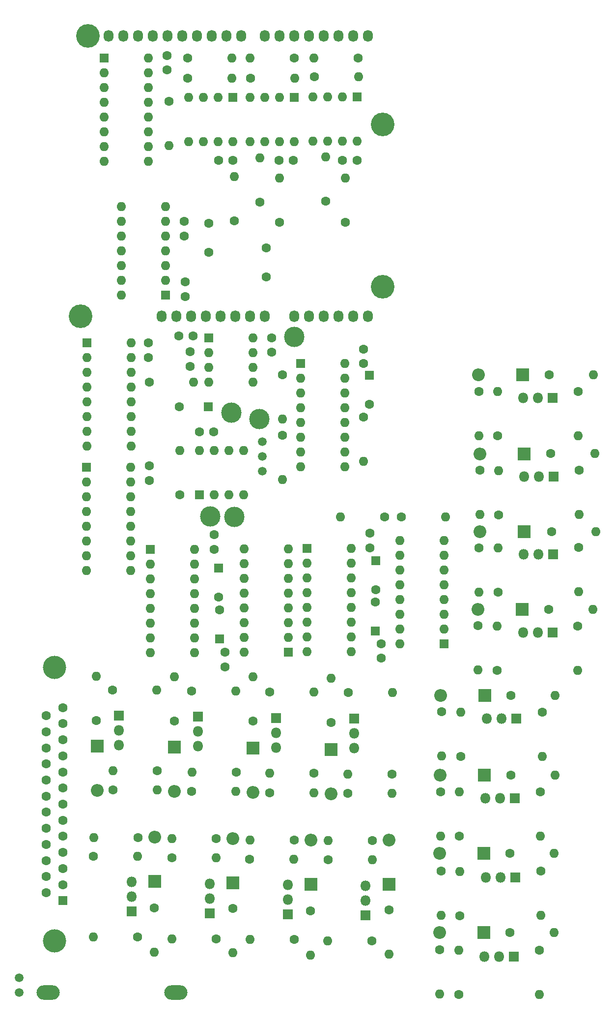
<source format=gbr>
%TF.GenerationSoftware,KiCad,Pcbnew,(2017-11-10 revision d8f4e35)-HEAD*%
%TF.CreationDate,2017-12-06T14:29:51-08:00*%
%TF.ProjectId,shield_pcb,736869656C645F7063622E6B69636164,rev?*%
%TF.SameCoordinates,Original*%
%TF.FileFunction,Soldermask,Bot*%
%TF.FilePolarity,Negative*%
%FSLAX46Y46*%
G04 Gerber Fmt 4.6, Leading zero omitted, Abs format (unit mm)*
G04 Created by KiCad (PCBNEW (2017-11-10 revision d8f4e35)-HEAD) date Wed Dec  6 14:29:51 2017*
%MOMM*%
%LPD*%
G01*
G04 APERTURE LIST*
%ADD10O,1.727200X2.032000*%
%ADD11R,1.600000X1.600000*%
%ADD12O,1.600000X1.600000*%
%ADD13C,1.600000*%
%ADD14C,3.500120*%
%ADD15C,4.064000*%
%ADD16O,4.000000X2.500000*%
%ADD17C,4.000000*%
%ADD18O,2.200000X2.200000*%
%ADD19R,2.200000X2.200000*%
%ADD20R,1.800000X1.800000*%
%ADD21O,1.800000X1.800000*%
%ADD22C,1.500000*%
G04 APERTURE END LIST*
D10*
%TO.C,P4*%
X89518000Y-19365000D03*
X92058000Y-19365000D03*
X94598000Y-19365000D03*
X97138000Y-19365000D03*
X99678000Y-19365000D03*
X102218000Y-19365000D03*
X104758000Y-19365000D03*
X107298000Y-19365000D03*
%TD*%
D11*
%TO.C,U11*%
X61800000Y-23200000D03*
D12*
X69420000Y-40980000D03*
X61800000Y-25740000D03*
X69420000Y-38440000D03*
X61800000Y-28280000D03*
X69420000Y-35900000D03*
X61800000Y-30820000D03*
X69420000Y-33360000D03*
X61800000Y-33360000D03*
X69420000Y-30820000D03*
X61800000Y-35900000D03*
X69420000Y-28280000D03*
X61800000Y-38440000D03*
X69420000Y-25740000D03*
X61800000Y-40980000D03*
X69420000Y-23200000D03*
%TD*%
D11*
%TO.C,C13*%
X108600000Y-109675000D03*
D13*
X108600000Y-114675000D03*
%TD*%
D11*
%TO.C,U6*%
X120371000Y-123984000D03*
D12*
X112751000Y-106204000D03*
X120371000Y-121444000D03*
X112751000Y-108744000D03*
X120371000Y-118904000D03*
X112751000Y-111284000D03*
X120371000Y-116364000D03*
X112751000Y-113824000D03*
X120371000Y-113824000D03*
X112751000Y-116364000D03*
X120371000Y-111284000D03*
X112751000Y-118904000D03*
X120371000Y-108744000D03*
X112751000Y-121444000D03*
X120371000Y-106204000D03*
X112751000Y-123984000D03*
%TD*%
D14*
%TO.C,J8*%
X88550000Y-85325000D03*
%TD*%
D13*
%TO.C,C14*%
X81525000Y-115925000D03*
D11*
X81525000Y-110925000D03*
%TD*%
%TO.C,U13*%
X94598000Y-29965000D03*
D12*
X86978000Y-37585000D03*
X92058000Y-29965000D03*
X89518000Y-37585000D03*
X89518000Y-29965000D03*
X92058000Y-37585000D03*
X86978000Y-29965000D03*
X94598000Y-37585000D03*
%TD*%
D13*
%TO.C,C24*%
X91900000Y-40800000D03*
X94400000Y-40800000D03*
%TD*%
D10*
%TO.C,P1*%
X71738000Y-67625000D03*
X74278000Y-67625000D03*
X76818000Y-67625000D03*
X79358000Y-67625000D03*
X81898000Y-67625000D03*
X84438000Y-67625000D03*
X86978000Y-67625000D03*
X89518000Y-67625000D03*
%TD*%
%TO.C,P2*%
X94598000Y-67625000D03*
X97138000Y-67625000D03*
X99678000Y-67625000D03*
X102218000Y-67625000D03*
X104758000Y-67625000D03*
X107298000Y-67625000D03*
%TD*%
%TO.C,P3*%
X62594000Y-19365000D03*
X65134000Y-19365000D03*
X67674000Y-19365000D03*
X70214000Y-19365000D03*
X72754000Y-19365000D03*
X75294000Y-19365000D03*
X77834000Y-19365000D03*
X80374000Y-19365000D03*
X82914000Y-19365000D03*
X85454000Y-19365000D03*
%TD*%
D15*
%TO.C,P5*%
X57768000Y-67625000D03*
%TD*%
%TO.C,P6*%
X109838000Y-62545000D03*
%TD*%
%TO.C,P7*%
X59038000Y-19365000D03*
%TD*%
%TO.C,P8*%
X109838000Y-34605000D03*
%TD*%
D16*
%TO.C,F1*%
X74150000Y-184000000D03*
X52150000Y-184000000D03*
%TD*%
D13*
%TO.C,C1*%
X79800000Y-56600000D03*
X79800000Y-51600000D03*
%TD*%
%TO.C,C2*%
X75800000Y-61700000D03*
X75800000Y-64200000D03*
%TD*%
%TO.C,C3*%
X75600000Y-53800000D03*
X75600000Y-51300000D03*
%TD*%
%TO.C,C4*%
X89708000Y-55815000D03*
X89708000Y-60815000D03*
%TD*%
D12*
%TO.C,PS1*%
X64780000Y-64000000D03*
X72400000Y-48760000D03*
X64780000Y-61460000D03*
X72400000Y-51300000D03*
X64780000Y-58920000D03*
X72400000Y-53840000D03*
X64780000Y-56380000D03*
X72400000Y-56380000D03*
X64780000Y-53840000D03*
X72400000Y-58920000D03*
X64780000Y-51300000D03*
X72400000Y-61460000D03*
X64780000Y-48760000D03*
D11*
X72400000Y-64000000D03*
%TD*%
D13*
%TO.C,C23*%
X105400000Y-40800000D03*
X102900000Y-40800000D03*
%TD*%
%TO.C,C25*%
X81500000Y-40800000D03*
X84000000Y-40800000D03*
%TD*%
D12*
%TO.C,U9*%
X66443000Y-72210600D03*
X58823000Y-89990600D03*
X66443000Y-74750600D03*
X58823000Y-87450600D03*
X66443000Y-77290600D03*
X58823000Y-84910600D03*
X66443000Y-79830600D03*
X58823000Y-82370600D03*
X66443000Y-82370600D03*
X58823000Y-79830600D03*
X66443000Y-84910600D03*
X58823000Y-77290600D03*
X66443000Y-87450600D03*
X58823000Y-74750600D03*
X66443000Y-89990600D03*
D11*
X58823000Y-72210600D03*
%TD*%
%TO.C,U10*%
X58778200Y-93564800D03*
D12*
X66398200Y-111344800D03*
X58778200Y-96104800D03*
X66398200Y-108804800D03*
X58778200Y-98644800D03*
X66398200Y-106264800D03*
X58778200Y-101184800D03*
X66398200Y-103724800D03*
X58778200Y-103724800D03*
X66398200Y-101184800D03*
X58778200Y-106264800D03*
X66398200Y-98644800D03*
X58778200Y-108804800D03*
X66398200Y-96104800D03*
X58778200Y-111344800D03*
X66398200Y-93564800D03*
%TD*%
D11*
%TO.C,U12*%
X105420000Y-29890000D03*
D12*
X97800000Y-37510000D03*
X102880000Y-29890000D03*
X100340000Y-37510000D03*
X100340000Y-29890000D03*
X102880000Y-37510000D03*
X97800000Y-29890000D03*
X105420000Y-37510000D03*
%TD*%
D11*
%TO.C,U14*%
X83998000Y-29965000D03*
D12*
X76378000Y-37585000D03*
X81458000Y-29965000D03*
X78918000Y-37585000D03*
X78918000Y-29965000D03*
X81458000Y-37585000D03*
X76378000Y-29965000D03*
X83998000Y-37585000D03*
%TD*%
D17*
%TO.C,J1*%
X53230000Y-175155000D03*
X53230000Y-128055000D03*
D13*
X51810000Y-136370000D03*
X51810000Y-139140000D03*
X51810000Y-141910000D03*
X51810000Y-144680000D03*
X51810000Y-147450000D03*
X51810000Y-150220000D03*
X51810000Y-152990000D03*
X51810000Y-155760000D03*
X51810000Y-158530000D03*
X51810000Y-161300000D03*
X51810000Y-164070000D03*
X51810000Y-166840000D03*
X54650000Y-134985000D03*
X54650000Y-137755000D03*
X54650000Y-140525000D03*
X54650000Y-143295000D03*
X54650000Y-146065000D03*
X54650000Y-148835000D03*
X54650000Y-151605000D03*
X54650000Y-154375000D03*
X54650000Y-157145000D03*
X54650000Y-159915000D03*
X54650000Y-162685000D03*
X54650000Y-165455000D03*
D11*
X54650000Y-168225000D03*
%TD*%
D13*
%TO.C,C5*%
X106500000Y-73275000D03*
X106500000Y-75775000D03*
%TD*%
%TO.C,C6*%
X107500000Y-82775000D03*
D11*
X107500000Y-77775000D03*
%TD*%
D13*
%TO.C,C7*%
X109571000Y-123984000D03*
X109571000Y-126484000D03*
%TD*%
%TO.C,C8*%
X82650000Y-125475000D03*
X82650000Y-127975000D03*
%TD*%
%TO.C,C9*%
X107600000Y-104975000D03*
X107600000Y-107475000D03*
%TD*%
%TO.C,C10*%
X80725000Y-105225000D03*
X80725000Y-107725000D03*
%TD*%
D11*
%TO.C,C11*%
X108575000Y-121800000D03*
D13*
X108575000Y-116800000D03*
%TD*%
%TO.C,C12*%
X81694200Y-118182000D03*
D11*
X81694200Y-123182000D03*
%TD*%
D13*
%TO.C,C15*%
X78200000Y-87525000D03*
X80700000Y-87525000D03*
%TD*%
D11*
%TO.C,C16*%
X79750000Y-83225000D03*
D13*
X74750000Y-83225000D03*
%TD*%
%TO.C,C17*%
X76650000Y-76225000D03*
X76650000Y-73725000D03*
%TD*%
%TO.C,C18*%
X77150000Y-71000000D03*
X74650000Y-71000000D03*
%TD*%
%TO.C,C19*%
X90700000Y-73800000D03*
X90700000Y-71300000D03*
%TD*%
%TO.C,C20*%
X69423000Y-72210600D03*
X69423000Y-74710600D03*
%TD*%
%TO.C,C21*%
X69578200Y-95864800D03*
X69578200Y-93364800D03*
%TD*%
%TO.C,C22*%
X72600000Y-25200000D03*
X72600000Y-22700000D03*
%TD*%
D18*
%TO.C,D1*%
X73942400Y-149359000D03*
D19*
X73942400Y-141739000D03*
%TD*%
%TO.C,D3*%
X100940000Y-142194000D03*
D18*
X100940000Y-149814000D03*
%TD*%
%TO.C,D5*%
X97446900Y-157758000D03*
D19*
X97446900Y-165378000D03*
%TD*%
D18*
%TO.C,D7*%
X70546900Y-157258000D03*
D19*
X70546900Y-164878000D03*
%TD*%
D18*
%TO.C,D9*%
X119735000Y-146574000D03*
D19*
X127355000Y-146574000D03*
%TD*%
%TO.C,D11*%
X133833000Y-118058000D03*
D18*
X126213000Y-118058000D03*
%TD*%
%TO.C,D13*%
X87427500Y-149600000D03*
D19*
X87427500Y-141980000D03*
%TD*%
D18*
%TO.C,D15*%
X110880000Y-157769000D03*
D19*
X110880000Y-165389000D03*
%TD*%
%TO.C,D17*%
X83995700Y-165125000D03*
D18*
X83995700Y-157505000D03*
%TD*%
D19*
%TO.C,D19*%
X127424000Y-132908000D03*
D18*
X119804000Y-132908000D03*
%TD*%
D19*
%TO.C,D21*%
X127264000Y-160109000D03*
D18*
X119644000Y-160109000D03*
%TD*%
%TO.C,D23*%
X126346000Y-77721600D03*
D19*
X133966000Y-77721600D03*
%TD*%
%TO.C,D25*%
X134225000Y-104705000D03*
D18*
X126605000Y-104705000D03*
%TD*%
D19*
%TO.C,D27*%
X60632300Y-141571000D03*
D18*
X60632300Y-149191000D03*
%TD*%
D19*
%TO.C,D29*%
X134207000Y-91302700D03*
D18*
X126587000Y-91302700D03*
%TD*%
D19*
%TO.C,D31*%
X127224000Y-173741000D03*
D18*
X119604000Y-173741000D03*
%TD*%
D20*
%TO.C,Q1*%
X77944900Y-136564000D03*
D21*
X77944900Y-139104000D03*
X77944900Y-141644000D03*
%TD*%
%TO.C,Q2*%
X104920000Y-141934000D03*
X104920000Y-139394000D03*
D20*
X104920000Y-136854000D03*
%TD*%
%TO.C,Q3*%
X93504400Y-170533000D03*
D21*
X93504400Y-167993000D03*
X93504400Y-165453000D03*
%TD*%
%TO.C,Q4*%
X66514400Y-164963000D03*
X66514400Y-167503000D03*
D20*
X66514400Y-170043000D03*
%TD*%
D21*
%TO.C,Q5*%
X127480000Y-150586000D03*
X130020000Y-150586000D03*
D20*
X132560000Y-150586000D03*
%TD*%
D21*
%TO.C,Q6*%
X133998000Y-122060000D03*
X136538000Y-122060000D03*
D20*
X139078000Y-122060000D03*
%TD*%
%TO.C,Q7*%
X91400000Y-136765000D03*
D21*
X91400000Y-139305000D03*
X91400000Y-141845000D03*
%TD*%
%TO.C,Q8*%
X106858000Y-165654000D03*
X106858000Y-168194000D03*
D20*
X106858000Y-170734000D03*
%TD*%
%TO.C,Q9*%
X79993200Y-170360000D03*
D21*
X79993200Y-167820000D03*
X79993200Y-165280000D03*
%TD*%
D20*
%TO.C,Q10*%
X132814000Y-136888000D03*
D21*
X130274000Y-136888000D03*
X127734000Y-136888000D03*
%TD*%
D20*
%TO.C,Q11*%
X132654000Y-164239000D03*
D21*
X130114000Y-164239000D03*
X127574000Y-164239000D03*
%TD*%
%TO.C,Q12*%
X134026000Y-81651600D03*
X136566000Y-81651600D03*
D20*
X139106000Y-81651600D03*
%TD*%
D21*
%TO.C,Q13*%
X134110000Y-108557000D03*
X136650000Y-108557000D03*
D20*
X139190000Y-108557000D03*
%TD*%
%TO.C,Q14*%
X64332300Y-136371000D03*
D21*
X64332300Y-138911000D03*
X64332300Y-141451000D03*
%TD*%
%TO.C,Q15*%
X134182000Y-95235200D03*
X136722000Y-95235200D03*
D20*
X139262000Y-95235200D03*
%TD*%
D21*
%TO.C,Q16*%
X127334000Y-177821000D03*
X129874000Y-177821000D03*
D20*
X132414000Y-177821000D03*
%TD*%
D13*
%TO.C,R1*%
X92500000Y-88125000D03*
D12*
X92500000Y-95745000D03*
%TD*%
%TO.C,R2*%
X106500000Y-92595000D03*
D13*
X106500000Y-84975000D03*
%TD*%
%TO.C,R4*%
X92500000Y-77675000D03*
D12*
X92500000Y-85295000D03*
%TD*%
D13*
%TO.C,R5*%
X113050000Y-102150000D03*
D12*
X120670000Y-102150000D03*
%TD*%
%TO.C,R6*%
X102555000Y-102175000D03*
D13*
X110175000Y-102175000D03*
%TD*%
%TO.C,R7*%
X74800000Y-98325000D03*
D12*
X74800000Y-90705000D03*
%TD*%
D13*
%TO.C,R8*%
X69575000Y-78975000D03*
D12*
X77195000Y-78975000D03*
%TD*%
D13*
%TO.C,R9*%
X73892400Y-137289000D03*
D12*
X73892400Y-129669000D03*
%TD*%
%TO.C,R10*%
X84512400Y-132089000D03*
D13*
X76892400Y-132089000D03*
%TD*%
%TO.C,R11*%
X76892400Y-149389000D03*
D12*
X84512400Y-149389000D03*
%TD*%
%TO.C,R12*%
X76922400Y-146089000D03*
D13*
X84542400Y-146089000D03*
%TD*%
D12*
%TO.C,R13*%
X100908000Y-129899000D03*
D13*
X100908000Y-137519000D03*
%TD*%
D12*
%TO.C,R14*%
X111478000Y-132419000D03*
D13*
X103858000Y-132419000D03*
%TD*%
D12*
%TO.C,R15*%
X111428000Y-149769000D03*
D13*
X103808000Y-149769000D03*
%TD*%
%TO.C,R16*%
X111408000Y-146419000D03*
D12*
X103788000Y-146419000D03*
%TD*%
D13*
%TO.C,R17*%
X97396900Y-169978000D03*
D12*
X97396900Y-177598000D03*
%TD*%
%TO.C,R18*%
X86926900Y-174928000D03*
D13*
X94546900Y-174928000D03*
%TD*%
%TO.C,R19*%
X94546900Y-157778000D03*
D12*
X86926900Y-157778000D03*
%TD*%
%TO.C,R20*%
X94466900Y-161078000D03*
D13*
X86846900Y-161078000D03*
%TD*%
D12*
%TO.C,R21*%
X70446900Y-177048000D03*
D13*
X70446900Y-169428000D03*
%TD*%
%TO.C,R22*%
X67596900Y-174428000D03*
D12*
X59976900Y-174428000D03*
%TD*%
D13*
%TO.C,R23*%
X67646900Y-157328000D03*
D12*
X60026900Y-157328000D03*
%TD*%
%TO.C,R24*%
X67566900Y-160578000D03*
D13*
X59946900Y-160578000D03*
%TD*%
%TO.C,R25*%
X131905000Y-146574000D03*
D12*
X139525000Y-146574000D03*
%TD*%
%TO.C,R26*%
X137005000Y-157144000D03*
D13*
X137005000Y-149524000D03*
%TD*%
%TO.C,R27*%
X119755000Y-149474000D03*
D12*
X119755000Y-157094000D03*
%TD*%
D13*
%TO.C,R28*%
X123055000Y-157124000D03*
D12*
X123055000Y-149504000D03*
%TD*%
%TO.C,R29*%
X146053000Y-118058000D03*
D13*
X138433000Y-118058000D03*
%TD*%
%TO.C,R30*%
X143433000Y-120958000D03*
D12*
X143433000Y-128578000D03*
%TD*%
D13*
%TO.C,R31*%
X126233000Y-120908000D03*
D12*
X126233000Y-128528000D03*
%TD*%
%TO.C,R32*%
X129533000Y-120938000D03*
D13*
X129533000Y-128558000D03*
%TD*%
D12*
%TO.C,R33*%
X87477500Y-129710000D03*
D13*
X87477500Y-137330000D03*
%TD*%
%TO.C,R34*%
X90327500Y-132330000D03*
D12*
X97947500Y-132330000D03*
%TD*%
D13*
%TO.C,R35*%
X90327500Y-149630000D03*
D12*
X97947500Y-149630000D03*
%TD*%
%TO.C,R36*%
X90357500Y-146280000D03*
D13*
X97977500Y-146280000D03*
%TD*%
D12*
%TO.C,R37*%
X110880000Y-177459000D03*
D13*
X110880000Y-169839000D03*
%TD*%
%TO.C,R38*%
X107930000Y-175139000D03*
D12*
X100310000Y-175139000D03*
%TD*%
D13*
%TO.C,R39*%
X108030000Y-157839000D03*
D12*
X100410000Y-157839000D03*
%TD*%
D13*
%TO.C,R40*%
X100380000Y-161139000D03*
D12*
X108000000Y-161139000D03*
%TD*%
%TO.C,R41*%
X83995700Y-177195000D03*
D13*
X83995700Y-169575000D03*
%TD*%
%TO.C,R42*%
X81095700Y-174825000D03*
D12*
X73475700Y-174825000D03*
%TD*%
%TO.C,R43*%
X73525700Y-157525000D03*
D13*
X81145700Y-157525000D03*
%TD*%
%TO.C,R44*%
X73495700Y-160825000D03*
D12*
X81115700Y-160825000D03*
%TD*%
%TO.C,R45*%
X139509000Y-132865000D03*
D13*
X131889000Y-132865000D03*
%TD*%
%TO.C,R46*%
X137289000Y-135765000D03*
D12*
X137289000Y-143385000D03*
%TD*%
%TO.C,R47*%
X119989000Y-143335000D03*
D13*
X119989000Y-135715000D03*
%TD*%
D12*
%TO.C,R48*%
X123289000Y-135795000D03*
D13*
X123289000Y-143415000D03*
%TD*%
%TO.C,R49*%
X131739000Y-160036000D03*
D12*
X139359000Y-160036000D03*
%TD*%
D13*
%TO.C,R50*%
X137039000Y-163136000D03*
D12*
X137039000Y-170756000D03*
%TD*%
D13*
%TO.C,R51*%
X119839000Y-163136000D03*
D12*
X119839000Y-170756000D03*
%TD*%
%TO.C,R52*%
X123139000Y-163166000D03*
D13*
X123139000Y-170786000D03*
%TD*%
D12*
%TO.C,R53*%
X146091000Y-77679100D03*
D13*
X138471000Y-77679100D03*
%TD*%
%TO.C,R54*%
X143521000Y-80579100D03*
D12*
X143521000Y-88199100D03*
%TD*%
D13*
%TO.C,R55*%
X126371000Y-80529100D03*
D12*
X126371000Y-88149100D03*
%TD*%
%TO.C,R56*%
X129621000Y-80559100D03*
D13*
X129621000Y-88179100D03*
%TD*%
%TO.C,R57*%
X138925000Y-104705000D03*
D12*
X146545000Y-104705000D03*
%TD*%
%TO.C,R58*%
X143625000Y-115025000D03*
D13*
X143625000Y-107405000D03*
%TD*%
D12*
%TO.C,R59*%
X126425000Y-115125000D03*
D13*
X126425000Y-107505000D03*
%TD*%
%TO.C,R60*%
X129725000Y-115105000D03*
D12*
X129725000Y-107485000D03*
%TD*%
D13*
%TO.C,R61*%
X60432300Y-137171000D03*
D12*
X60432300Y-129551000D03*
%TD*%
%TO.C,R62*%
X70852300Y-131971000D03*
D13*
X63232300Y-131971000D03*
%TD*%
%TO.C,R63*%
X63332300Y-149171000D03*
D12*
X70952300Y-149171000D03*
%TD*%
%TO.C,R64*%
X63312300Y-145871000D03*
D13*
X70932300Y-145871000D03*
%TD*%
D12*
%TO.C,R65*%
X146377000Y-91202700D03*
D13*
X138757000Y-91202700D03*
%TD*%
%TO.C,R66*%
X143657000Y-94152700D03*
D12*
X143657000Y-101772700D03*
%TD*%
D13*
%TO.C,R67*%
X126607000Y-94152700D03*
D12*
X126607000Y-101772700D03*
%TD*%
%TO.C,R68*%
X129807000Y-94183000D03*
D13*
X129807000Y-101803000D03*
%TD*%
%TO.C,R69*%
X131729000Y-173669000D03*
D12*
X139349000Y-173669000D03*
%TD*%
%TO.C,R70*%
X136829000Y-184339000D03*
D13*
X136829000Y-176719000D03*
%TD*%
D12*
%TO.C,R71*%
X119629000Y-184289000D03*
D13*
X119629000Y-176669000D03*
%TD*%
%TO.C,R72*%
X122929000Y-184369000D03*
D12*
X122929000Y-176749000D03*
%TD*%
%TO.C,R79*%
X97980000Y-23200000D03*
D13*
X105600000Y-23200000D03*
%TD*%
%TO.C,R80*%
X98000000Y-26400000D03*
D12*
X105620000Y-26400000D03*
%TD*%
D13*
%TO.C,R81*%
X103400000Y-51400000D03*
D12*
X103400000Y-43780000D03*
%TD*%
%TO.C,R82*%
X100000000Y-40180000D03*
D13*
X100000000Y-47800000D03*
%TD*%
D12*
%TO.C,R83*%
X86980000Y-23200000D03*
D13*
X94600000Y-23200000D03*
%TD*%
%TO.C,R84*%
X87000000Y-26600000D03*
D12*
X94620000Y-26600000D03*
%TD*%
D13*
%TO.C,R85*%
X92000000Y-51400000D03*
D12*
X92000000Y-43780000D03*
%TD*%
%TO.C,R86*%
X88600000Y-40380000D03*
D13*
X88600000Y-48000000D03*
%TD*%
D12*
%TO.C,R87*%
X83820000Y-23200000D03*
D13*
X76200000Y-23200000D03*
%TD*%
%TO.C,R88*%
X76200000Y-26600000D03*
D12*
X83820000Y-26600000D03*
%TD*%
D13*
%TO.C,R89*%
X84200000Y-51200000D03*
D12*
X84200000Y-43580000D03*
%TD*%
%TO.C,R90*%
X73000000Y-38220000D03*
D13*
X73000000Y-30600000D03*
%TD*%
D12*
%TO.C,U2*%
X103320000Y-75775000D03*
X95700000Y-93555000D03*
X103320000Y-78315000D03*
X95700000Y-91015000D03*
X103320000Y-80855000D03*
X95700000Y-88475000D03*
X103320000Y-83395000D03*
X95700000Y-85935000D03*
X103320000Y-85935000D03*
X95700000Y-83395000D03*
X103320000Y-88475000D03*
X95700000Y-80855000D03*
X103320000Y-91015000D03*
X95700000Y-78315000D03*
X103320000Y-93555000D03*
D11*
X95700000Y-75775000D03*
%TD*%
D12*
%TO.C,U3*%
X77345000Y-107725000D03*
X69725000Y-125505000D03*
X77345000Y-110265000D03*
X69725000Y-122965000D03*
X77345000Y-112805000D03*
X69725000Y-120425000D03*
X77345000Y-115345000D03*
X69725000Y-117885000D03*
X77345000Y-117885000D03*
X69725000Y-115345000D03*
X77345000Y-120425000D03*
X69725000Y-112805000D03*
X77345000Y-122965000D03*
X69725000Y-110265000D03*
X77345000Y-125505000D03*
D11*
X69725000Y-107725000D03*
%TD*%
D12*
%TO.C,U4*%
X85905000Y-125425000D03*
X93525000Y-107645000D03*
X85905000Y-122885000D03*
X93525000Y-110185000D03*
X85905000Y-120345000D03*
X93525000Y-112725000D03*
X85905000Y-117805000D03*
X93525000Y-115265000D03*
X85905000Y-115265000D03*
X93525000Y-117805000D03*
X85905000Y-112725000D03*
X93525000Y-120345000D03*
X85905000Y-110185000D03*
X93525000Y-122885000D03*
X85905000Y-107645000D03*
D11*
X93525000Y-125425000D03*
%TD*%
%TO.C,U5*%
X96800000Y-107562000D03*
D12*
X104420000Y-125342000D03*
X96800000Y-110102000D03*
X104420000Y-122802000D03*
X96800000Y-112642000D03*
X104420000Y-120262000D03*
X96800000Y-115182000D03*
X104420000Y-117722000D03*
X96800000Y-117722000D03*
X104420000Y-115182000D03*
X96800000Y-120262000D03*
X104420000Y-112642000D03*
X96800000Y-122802000D03*
X104420000Y-110102000D03*
X96800000Y-125342000D03*
X104420000Y-107562000D03*
%TD*%
D11*
%TO.C,U7*%
X78200000Y-98325000D03*
D12*
X85820000Y-90705000D03*
X80740000Y-98325000D03*
X83280000Y-90705000D03*
X83280000Y-98325000D03*
X80740000Y-90705000D03*
X85820000Y-98325000D03*
X78200000Y-90705000D03*
%TD*%
%TO.C,U8*%
X87470000Y-71350000D03*
X79850000Y-78970000D03*
X87470000Y-73890000D03*
X79850000Y-76430000D03*
X87470000Y-76430000D03*
X79850000Y-73890000D03*
X87470000Y-78970000D03*
D11*
X79850000Y-71350000D03*
%TD*%
D14*
%TO.C,J4*%
X80100000Y-102075000D03*
%TD*%
%TO.C,J7*%
X84250000Y-102125000D03*
%TD*%
%TO.C,J10*%
X83750000Y-84175000D03*
%TD*%
%TO.C,J11*%
X94550000Y-71150000D03*
%TD*%
D22*
%TO.C,J9*%
X89050000Y-94265000D03*
X89050000Y-91725000D03*
X89050000Y-89185000D03*
%TD*%
%TO.C,J2*%
X47125000Y-181505000D03*
X47125000Y-184045000D03*
%TD*%
M02*

</source>
